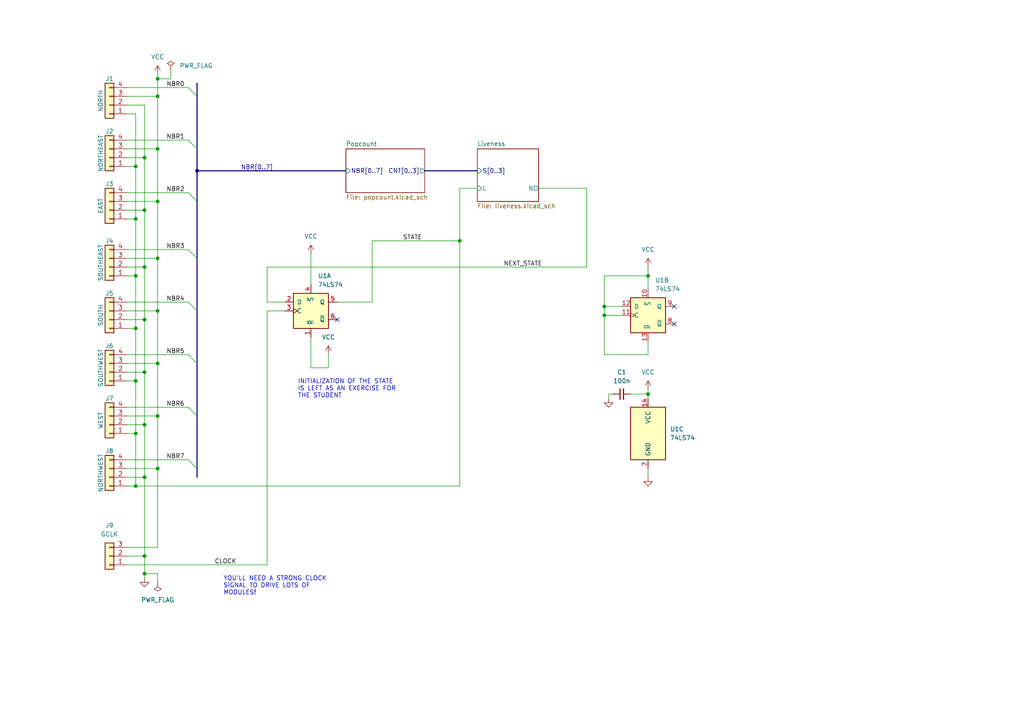
<source format=kicad_sch>
(kicad_sch (version 20211123) (generator eeschema)

  (uuid 04d2e4b6-2d61-4419-a040-a0da19350cf3)

  (paper "A4")

  (lib_symbols
    (symbol "74xx:74LS74" (pin_names (offset 1.016)) (in_bom yes) (on_board yes)
      (property "Reference" "U" (id 0) (at -7.62 8.89 0)
        (effects (font (size 1.27 1.27)))
      )
      (property "Value" "74LS74" (id 1) (at -7.62 -8.89 0)
        (effects (font (size 1.27 1.27)))
      )
      (property "Footprint" "" (id 2) (at 0 0 0)
        (effects (font (size 1.27 1.27)) hide)
      )
      (property "Datasheet" "74xx/74hc_hct74.pdf" (id 3) (at 0 0 0)
        (effects (font (size 1.27 1.27)) hide)
      )
      (property "ki_locked" "" (id 4) (at 0 0 0)
        (effects (font (size 1.27 1.27)))
      )
      (property "ki_keywords" "TTL DFF" (id 5) (at 0 0 0)
        (effects (font (size 1.27 1.27)) hide)
      )
      (property "ki_description" "Dual D Flip-flop, Set & Reset" (id 6) (at 0 0 0)
        (effects (font (size 1.27 1.27)) hide)
      )
      (property "ki_fp_filters" "DIP*W7.62mm*" (id 7) (at 0 0 0)
        (effects (font (size 1.27 1.27)) hide)
      )
      (symbol "74LS74_1_0"
        (pin input line (at 0 -7.62 90) (length 2.54)
          (name "~{R}" (effects (font (size 1.27 1.27))))
          (number "1" (effects (font (size 1.27 1.27))))
        )
        (pin input line (at -7.62 2.54 0) (length 2.54)
          (name "D" (effects (font (size 1.27 1.27))))
          (number "2" (effects (font (size 1.27 1.27))))
        )
        (pin input clock (at -7.62 0 0) (length 2.54)
          (name "C" (effects (font (size 1.27 1.27))))
          (number "3" (effects (font (size 1.27 1.27))))
        )
        (pin input line (at 0 7.62 270) (length 2.54)
          (name "~{S}" (effects (font (size 1.27 1.27))))
          (number "4" (effects (font (size 1.27 1.27))))
        )
        (pin output line (at 7.62 2.54 180) (length 2.54)
          (name "Q" (effects (font (size 1.27 1.27))))
          (number "5" (effects (font (size 1.27 1.27))))
        )
        (pin output line (at 7.62 -2.54 180) (length 2.54)
          (name "~{Q}" (effects (font (size 1.27 1.27))))
          (number "6" (effects (font (size 1.27 1.27))))
        )
      )
      (symbol "74LS74_1_1"
        (rectangle (start -5.08 5.08) (end 5.08 -5.08)
          (stroke (width 0.254) (type default) (color 0 0 0 0))
          (fill (type background))
        )
      )
      (symbol "74LS74_2_0"
        (pin input line (at 0 7.62 270) (length 2.54)
          (name "~{S}" (effects (font (size 1.27 1.27))))
          (number "10" (effects (font (size 1.27 1.27))))
        )
        (pin input clock (at -7.62 0 0) (length 2.54)
          (name "C" (effects (font (size 1.27 1.27))))
          (number "11" (effects (font (size 1.27 1.27))))
        )
        (pin input line (at -7.62 2.54 0) (length 2.54)
          (name "D" (effects (font (size 1.27 1.27))))
          (number "12" (effects (font (size 1.27 1.27))))
        )
        (pin input line (at 0 -7.62 90) (length 2.54)
          (name "~{R}" (effects (font (size 1.27 1.27))))
          (number "13" (effects (font (size 1.27 1.27))))
        )
        (pin output line (at 7.62 -2.54 180) (length 2.54)
          (name "~{Q}" (effects (font (size 1.27 1.27))))
          (number "8" (effects (font (size 1.27 1.27))))
        )
        (pin output line (at 7.62 2.54 180) (length 2.54)
          (name "Q" (effects (font (size 1.27 1.27))))
          (number "9" (effects (font (size 1.27 1.27))))
        )
      )
      (symbol "74LS74_2_1"
        (rectangle (start -5.08 5.08) (end 5.08 -5.08)
          (stroke (width 0.254) (type default) (color 0 0 0 0))
          (fill (type background))
        )
      )
      (symbol "74LS74_3_0"
        (pin power_in line (at 0 10.16 270) (length 2.54)
          (name "VCC" (effects (font (size 1.27 1.27))))
          (number "14" (effects (font (size 1.27 1.27))))
        )
        (pin power_in line (at 0 -10.16 90) (length 2.54)
          (name "GND" (effects (font (size 1.27 1.27))))
          (number "7" (effects (font (size 1.27 1.27))))
        )
      )
      (symbol "74LS74_3_1"
        (rectangle (start -5.08 7.62) (end 5.08 -7.62)
          (stroke (width 0.254) (type default) (color 0 0 0 0))
          (fill (type background))
        )
      )
    )
    (symbol "Connector_Generic:Conn_01x03" (pin_names (offset 1.016) hide) (in_bom yes) (on_board yes)
      (property "Reference" "J" (id 0) (at 0 5.08 0)
        (effects (font (size 1.27 1.27)))
      )
      (property "Value" "Conn_01x03" (id 1) (at 0 -5.08 0)
        (effects (font (size 1.27 1.27)))
      )
      (property "Footprint" "" (id 2) (at 0 0 0)
        (effects (font (size 1.27 1.27)) hide)
      )
      (property "Datasheet" "~" (id 3) (at 0 0 0)
        (effects (font (size 1.27 1.27)) hide)
      )
      (property "ki_keywords" "connector" (id 4) (at 0 0 0)
        (effects (font (size 1.27 1.27)) hide)
      )
      (property "ki_description" "Generic connector, single row, 01x03, script generated (kicad-library-utils/schlib/autogen/connector/)" (id 5) (at 0 0 0)
        (effects (font (size 1.27 1.27)) hide)
      )
      (property "ki_fp_filters" "Connector*:*_1x??_*" (id 6) (at 0 0 0)
        (effects (font (size 1.27 1.27)) hide)
      )
      (symbol "Conn_01x03_1_1"
        (rectangle (start -1.27 -2.413) (end 0 -2.667)
          (stroke (width 0.1524) (type default) (color 0 0 0 0))
          (fill (type none))
        )
        (rectangle (start -1.27 0.127) (end 0 -0.127)
          (stroke (width 0.1524) (type default) (color 0 0 0 0))
          (fill (type none))
        )
        (rectangle (start -1.27 2.667) (end 0 2.413)
          (stroke (width 0.1524) (type default) (color 0 0 0 0))
          (fill (type none))
        )
        (rectangle (start -1.27 3.81) (end 1.27 -3.81)
          (stroke (width 0.254) (type default) (color 0 0 0 0))
          (fill (type background))
        )
        (pin passive line (at -5.08 2.54 0) (length 3.81)
          (name "Pin_1" (effects (font (size 1.27 1.27))))
          (number "1" (effects (font (size 1.27 1.27))))
        )
        (pin passive line (at -5.08 0 0) (length 3.81)
          (name "Pin_2" (effects (font (size 1.27 1.27))))
          (number "2" (effects (font (size 1.27 1.27))))
        )
        (pin passive line (at -5.08 -2.54 0) (length 3.81)
          (name "Pin_3" (effects (font (size 1.27 1.27))))
          (number "3" (effects (font (size 1.27 1.27))))
        )
      )
    )
    (symbol "Connector_Generic:Conn_01x04" (pin_names (offset 1.016) hide) (in_bom yes) (on_board yes)
      (property "Reference" "J" (id 0) (at 0 5.08 0)
        (effects (font (size 1.27 1.27)))
      )
      (property "Value" "Conn_01x04" (id 1) (at 0 -7.62 0)
        (effects (font (size 1.27 1.27)))
      )
      (property "Footprint" "" (id 2) (at 0 0 0)
        (effects (font (size 1.27 1.27)) hide)
      )
      (property "Datasheet" "~" (id 3) (at 0 0 0)
        (effects (font (size 1.27 1.27)) hide)
      )
      (property "ki_keywords" "connector" (id 4) (at 0 0 0)
        (effects (font (size 1.27 1.27)) hide)
      )
      (property "ki_description" "Generic connector, single row, 01x04, script generated (kicad-library-utils/schlib/autogen/connector/)" (id 5) (at 0 0 0)
        (effects (font (size 1.27 1.27)) hide)
      )
      (property "ki_fp_filters" "Connector*:*_1x??_*" (id 6) (at 0 0 0)
        (effects (font (size 1.27 1.27)) hide)
      )
      (symbol "Conn_01x04_1_1"
        (rectangle (start -1.27 -4.953) (end 0 -5.207)
          (stroke (width 0.1524) (type default) (color 0 0 0 0))
          (fill (type none))
        )
        (rectangle (start -1.27 -2.413) (end 0 -2.667)
          (stroke (width 0.1524) (type default) (color 0 0 0 0))
          (fill (type none))
        )
        (rectangle (start -1.27 0.127) (end 0 -0.127)
          (stroke (width 0.1524) (type default) (color 0 0 0 0))
          (fill (type none))
        )
        (rectangle (start -1.27 2.667) (end 0 2.413)
          (stroke (width 0.1524) (type default) (color 0 0 0 0))
          (fill (type none))
        )
        (rectangle (start -1.27 3.81) (end 1.27 -6.35)
          (stroke (width 0.254) (type default) (color 0 0 0 0))
          (fill (type background))
        )
        (pin passive line (at -5.08 2.54 0) (length 3.81)
          (name "Pin_1" (effects (font (size 1.27 1.27))))
          (number "1" (effects (font (size 1.27 1.27))))
        )
        (pin passive line (at -5.08 0 0) (length 3.81)
          (name "Pin_2" (effects (font (size 1.27 1.27))))
          (number "2" (effects (font (size 1.27 1.27))))
        )
        (pin passive line (at -5.08 -2.54 0) (length 3.81)
          (name "Pin_3" (effects (font (size 1.27 1.27))))
          (number "3" (effects (font (size 1.27 1.27))))
        )
        (pin passive line (at -5.08 -5.08 0) (length 3.81)
          (name "Pin_4" (effects (font (size 1.27 1.27))))
          (number "4" (effects (font (size 1.27 1.27))))
        )
      )
    )
    (symbol "Device:C_Small" (pin_numbers hide) (pin_names (offset 0.254) hide) (in_bom yes) (on_board yes)
      (property "Reference" "C" (id 0) (at 0.254 1.778 0)
        (effects (font (size 1.27 1.27)) (justify left))
      )
      (property "Value" "C_Small" (id 1) (at 0.254 -2.032 0)
        (effects (font (size 1.27 1.27)) (justify left))
      )
      (property "Footprint" "" (id 2) (at 0 0 0)
        (effects (font (size 1.27 1.27)) hide)
      )
      (property "Datasheet" "~" (id 3) (at 0 0 0)
        (effects (font (size 1.27 1.27)) hide)
      )
      (property "ki_keywords" "capacitor cap" (id 4) (at 0 0 0)
        (effects (font (size 1.27 1.27)) hide)
      )
      (property "ki_description" "Unpolarized capacitor, small symbol" (id 5) (at 0 0 0)
        (effects (font (size 1.27 1.27)) hide)
      )
      (property "ki_fp_filters" "C_*" (id 6) (at 0 0 0)
        (effects (font (size 1.27 1.27)) hide)
      )
      (symbol "C_Small_0_1"
        (polyline
          (pts
            (xy -1.524 -0.508)
            (xy 1.524 -0.508)
          )
          (stroke (width 0.3302) (type default) (color 0 0 0 0))
          (fill (type none))
        )
        (polyline
          (pts
            (xy -1.524 0.508)
            (xy 1.524 0.508)
          )
          (stroke (width 0.3048) (type default) (color 0 0 0 0))
          (fill (type none))
        )
      )
      (symbol "C_Small_1_1"
        (pin passive line (at 0 2.54 270) (length 2.032)
          (name "~" (effects (font (size 1.27 1.27))))
          (number "1" (effects (font (size 1.27 1.27))))
        )
        (pin passive line (at 0 -2.54 90) (length 2.032)
          (name "~" (effects (font (size 1.27 1.27))))
          (number "2" (effects (font (size 1.27 1.27))))
        )
      )
    )
    (symbol "power:GND" (power) (pin_names (offset 0)) (in_bom yes) (on_board yes)
      (property "Reference" "#PWR" (id 0) (at 0 -6.35 0)
        (effects (font (size 1.27 1.27)) hide)
      )
      (property "Value" "GND" (id 1) (at 0 -3.81 0)
        (effects (font (size 1.27 1.27)))
      )
      (property "Footprint" "" (id 2) (at 0 0 0)
        (effects (font (size 1.27 1.27)) hide)
      )
      (property "Datasheet" "" (id 3) (at 0 0 0)
        (effects (font (size 1.27 1.27)) hide)
      )
      (property "ki_keywords" "power-flag" (id 4) (at 0 0 0)
        (effects (font (size 1.27 1.27)) hide)
      )
      (property "ki_description" "Power symbol creates a global label with name \"GND\" , ground" (id 5) (at 0 0 0)
        (effects (font (size 1.27 1.27)) hide)
      )
      (symbol "GND_0_1"
        (polyline
          (pts
            (xy 0 0)
            (xy 0 -1.27)
            (xy 1.27 -1.27)
            (xy 0 -2.54)
            (xy -1.27 -1.27)
            (xy 0 -1.27)
          )
          (stroke (width 0) (type default) (color 0 0 0 0))
          (fill (type none))
        )
      )
      (symbol "GND_1_1"
        (pin power_in line (at 0 0 270) (length 0) hide
          (name "GND" (effects (font (size 1.27 1.27))))
          (number "1" (effects (font (size 1.27 1.27))))
        )
      )
    )
    (symbol "power:PWR_FLAG" (power) (pin_numbers hide) (pin_names (offset 0) hide) (in_bom yes) (on_board yes)
      (property "Reference" "#FLG" (id 0) (at 0 1.905 0)
        (effects (font (size 1.27 1.27)) hide)
      )
      (property "Value" "PWR_FLAG" (id 1) (at 0 3.81 0)
        (effects (font (size 1.27 1.27)))
      )
      (property "Footprint" "" (id 2) (at 0 0 0)
        (effects (font (size 1.27 1.27)) hide)
      )
      (property "Datasheet" "~" (id 3) (at 0 0 0)
        (effects (font (size 1.27 1.27)) hide)
      )
      (property "ki_keywords" "power-flag" (id 4) (at 0 0 0)
        (effects (font (size 1.27 1.27)) hide)
      )
      (property "ki_description" "Special symbol for telling ERC where power comes from" (id 5) (at 0 0 0)
        (effects (font (size 1.27 1.27)) hide)
      )
      (symbol "PWR_FLAG_0_0"
        (pin power_out line (at 0 0 90) (length 0)
          (name "pwr" (effects (font (size 1.27 1.27))))
          (number "1" (effects (font (size 1.27 1.27))))
        )
      )
      (symbol "PWR_FLAG_0_1"
        (polyline
          (pts
            (xy 0 0)
            (xy 0 1.27)
            (xy -1.016 1.905)
            (xy 0 2.54)
            (xy 1.016 1.905)
            (xy 0 1.27)
          )
          (stroke (width 0) (type default) (color 0 0 0 0))
          (fill (type none))
        )
      )
    )
    (symbol "power:VCC" (power) (pin_names (offset 0)) (in_bom yes) (on_board yes)
      (property "Reference" "#PWR" (id 0) (at 0 -3.81 0)
        (effects (font (size 1.27 1.27)) hide)
      )
      (property "Value" "VCC" (id 1) (at 0 3.81 0)
        (effects (font (size 1.27 1.27)))
      )
      (property "Footprint" "" (id 2) (at 0 0 0)
        (effects (font (size 1.27 1.27)) hide)
      )
      (property "Datasheet" "" (id 3) (at 0 0 0)
        (effects (font (size 1.27 1.27)) hide)
      )
      (property "ki_keywords" "power-flag" (id 4) (at 0 0 0)
        (effects (font (size 1.27 1.27)) hide)
      )
      (property "ki_description" "Power symbol creates a global label with name \"VCC\"" (id 5) (at 0 0 0)
        (effects (font (size 1.27 1.27)) hide)
      )
      (symbol "VCC_0_1"
        (polyline
          (pts
            (xy -0.762 1.27)
            (xy 0 2.54)
          )
          (stroke (width 0) (type default) (color 0 0 0 0))
          (fill (type none))
        )
        (polyline
          (pts
            (xy 0 0)
            (xy 0 2.54)
          )
          (stroke (width 0) (type default) (color 0 0 0 0))
          (fill (type none))
        )
        (polyline
          (pts
            (xy 0 2.54)
            (xy 0.762 1.27)
          )
          (stroke (width 0) (type default) (color 0 0 0 0))
          (fill (type none))
        )
      )
      (symbol "VCC_1_1"
        (pin power_in line (at 0 0 90) (length 0) hide
          (name "VCC" (effects (font (size 1.27 1.27))))
          (number "1" (effects (font (size 1.27 1.27))))
        )
      )
    )
  )

  (junction (at 187.96 80.01) (diameter 0) (color 0 0 0 0)
    (uuid 0b30ee06-ed89-4ca2-8bb1-c937891bc86c)
  )
  (junction (at 45.72 105.41) (diameter 0) (color 0 0 0 0)
    (uuid 0bb1bb98-bbac-49ad-ad22-b8ef6aa45413)
  )
  (junction (at 45.72 43.18) (diameter 0) (color 0 0 0 0)
    (uuid 139e7278-f477-4377-95f5-186c97d6f0d3)
  )
  (junction (at 45.72 58.42) (diameter 0) (color 0 0 0 0)
    (uuid 22d8e1de-7141-4c03-8018-65d96c33e99c)
  )
  (junction (at 45.72 120.65) (diameter 0) (color 0 0 0 0)
    (uuid 441bde59-f4fc-4e96-897a-4ca636285967)
  )
  (junction (at 41.91 60.96) (diameter 0) (color 0 0 0 0)
    (uuid 46a07249-6e6d-4f19-9467-77fea2b267cf)
  )
  (junction (at 39.37 95.25) (diameter 0) (color 0 0 0 0)
    (uuid 514c61d6-967c-4e81-ace4-2213a8a52919)
  )
  (junction (at 41.91 166.37) (diameter 0) (color 0 0 0 0)
    (uuid 5da7cbcd-ac77-4be7-b24f-a7fddfe3a361)
  )
  (junction (at 45.72 135.89) (diameter 0) (color 0 0 0 0)
    (uuid 63a52ab2-733e-4b10-8233-00d4f9ec7113)
  )
  (junction (at 175.26 88.9) (diameter 0) (color 0 0 0 0)
    (uuid 63c1862d-a995-4a64-8124-ec8d2cb64867)
  )
  (junction (at 39.37 63.5) (diameter 0) (color 0 0 0 0)
    (uuid 64bc6bbe-9647-4aa5-b56f-1596dce1aea1)
  )
  (junction (at 57.15 49.53) (diameter 0) (color 0 0 0 0)
    (uuid 65263fc3-a4c2-407f-9318-9c60e70a893b)
  )
  (junction (at 45.72 22.86) (diameter 0) (color 0 0 0 0)
    (uuid 652bc5f4-6a6b-4572-9e43-ed0c5a94be80)
  )
  (junction (at 39.37 110.49) (diameter 0) (color 0 0 0 0)
    (uuid 70cf3802-9bb0-4f63-a044-f27b77649052)
  )
  (junction (at 45.72 90.17) (diameter 0) (color 0 0 0 0)
    (uuid 7385a334-8d78-412e-8b64-729af2f811d0)
  )
  (junction (at 133.35 69.85) (diameter 0) (color 0 0 0 0)
    (uuid 75b19047-c565-4c7b-a81c-3d1bedc4e648)
  )
  (junction (at 39.37 125.73) (diameter 0) (color 0 0 0 0)
    (uuid 7a50885e-3869-432e-a352-358d6f2665a1)
  )
  (junction (at 45.72 27.94) (diameter 0) (color 0 0 0 0)
    (uuid 7a9442b0-64d5-4f50-a630-57b7fafccb6a)
  )
  (junction (at 41.91 138.43) (diameter 0) (color 0 0 0 0)
    (uuid 83fe6495-b7aa-4367-9ab9-f189ab9d286c)
  )
  (junction (at 41.91 123.19) (diameter 0) (color 0 0 0 0)
    (uuid 8566a22e-a03f-4e84-bba4-5a15242942b2)
  )
  (junction (at 41.91 77.47) (diameter 0) (color 0 0 0 0)
    (uuid 938e9eb6-cb95-493f-a64e-b9a4dc02626b)
  )
  (junction (at 45.72 74.93) (diameter 0) (color 0 0 0 0)
    (uuid a0a5b30c-d275-4be8-a923-d3b74c5752c3)
  )
  (junction (at 175.26 91.44) (diameter 0) (color 0 0 0 0)
    (uuid beae501b-779a-4cdb-8284-58073344be64)
  )
  (junction (at 41.91 45.72) (diameter 0) (color 0 0 0 0)
    (uuid bf42800a-bfde-414d-a009-0bea920fefb0)
  )
  (junction (at 187.96 114.3) (diameter 0) (color 0 0 0 0)
    (uuid cdf7fd50-6a6c-4e98-b434-94e80a9f29c6)
  )
  (junction (at 41.91 107.95) (diameter 0) (color 0 0 0 0)
    (uuid d0de18c6-1c11-4659-84f3-7f099b095681)
  )
  (junction (at 39.37 48.26) (diameter 0) (color 0 0 0 0)
    (uuid d27b4f19-838b-48a9-8000-6d1b7e27abe7)
  )
  (junction (at 39.37 80.01) (diameter 0) (color 0 0 0 0)
    (uuid f0e59e30-dced-4f21-b2d2-9c690b4951fc)
  )
  (junction (at 41.91 161.29) (diameter 0) (color 0 0 0 0)
    (uuid f695602e-6a12-4226-a0b5-84887b18956f)
  )
  (junction (at 39.37 140.97) (diameter 0) (color 0 0 0 0)
    (uuid f6dad663-9540-49c9-8012-d944e7732184)
  )
  (junction (at 41.91 92.71) (diameter 0) (color 0 0 0 0)
    (uuid fb184da6-e80f-4d4c-bd20-5854c83653e4)
  )

  (no_connect (at 97.79 92.71) (uuid 57268dbe-a0ab-4b35-9183-86c9fa1dad3a))
  (no_connect (at 195.58 93.98) (uuid 57268dbe-a0ab-4b35-9183-86c9fa1dad3a))
  (no_connect (at 195.58 88.9) (uuid 8c9e0581-00d6-44c4-bd0d-f28443deb1aa))

  (bus_entry (at 54.61 25.4) (size 2.54 2.54)
    (stroke (width 0) (type default) (color 0 0 0 0))
    (uuid 22125f77-348a-49e1-87b9-edc436e6e700)
  )
  (bus_entry (at 54.61 40.64) (size 2.54 2.54)
    (stroke (width 0) (type default) (color 0 0 0 0))
    (uuid 22125f77-348a-49e1-87b9-edc436e6e700)
  )
  (bus_entry (at 54.61 55.88) (size 2.54 2.54)
    (stroke (width 0) (type default) (color 0 0 0 0))
    (uuid 22125f77-348a-49e1-87b9-edc436e6e700)
  )
  (bus_entry (at 54.61 72.39) (size 2.54 2.54)
    (stroke (width 0) (type default) (color 0 0 0 0))
    (uuid 22125f77-348a-49e1-87b9-edc436e6e700)
  )
  (bus_entry (at 54.61 102.87) (size 2.54 2.54)
    (stroke (width 0) (type default) (color 0 0 0 0))
    (uuid 22125f77-348a-49e1-87b9-edc436e6e700)
  )
  (bus_entry (at 54.61 87.63) (size 2.54 2.54)
    (stroke (width 0) (type default) (color 0 0 0 0))
    (uuid 22125f77-348a-49e1-87b9-edc436e6e700)
  )
  (bus_entry (at 54.61 118.11) (size 2.54 2.54)
    (stroke (width 0) (type default) (color 0 0 0 0))
    (uuid 22125f77-348a-49e1-87b9-edc436e6e700)
  )
  (bus_entry (at 54.61 133.35) (size 2.54 2.54)
    (stroke (width 0) (type default) (color 0 0 0 0))
    (uuid 22125f77-348a-49e1-87b9-edc436e6e700)
  )

  (wire (pts (xy 41.91 92.71) (xy 41.91 107.95))
    (stroke (width 0) (type default) (color 0 0 0 0))
    (uuid 02dac44b-c9bf-484c-beab-76cb8f49b9a9)
  )
  (bus (pts (xy 57.15 49.53) (xy 57.15 58.42))
    (stroke (width 0) (type default) (color 0 0 0 0))
    (uuid 085ad10e-5d24-4357-a8e4-e9bf485fba17)
  )

  (wire (pts (xy 187.96 114.3) (xy 187.96 115.57))
    (stroke (width 0) (type default) (color 0 0 0 0))
    (uuid 0b8ee68b-2603-447d-b904-99bc7f921554)
  )
  (wire (pts (xy 49.53 20.32) (xy 49.53 22.86))
    (stroke (width 0) (type default) (color 0 0 0 0))
    (uuid 0b93210d-af30-40c3-94d1-015db75d124f)
  )
  (wire (pts (xy 39.37 140.97) (xy 133.35 140.97))
    (stroke (width 0) (type default) (color 0 0 0 0))
    (uuid 104f9f6e-2b40-40a3-a932-7d84396157cf)
  )
  (wire (pts (xy 41.91 161.29) (xy 41.91 166.37))
    (stroke (width 0) (type default) (color 0 0 0 0))
    (uuid 132a0326-d1a1-46ae-830b-6cf77814572a)
  )
  (wire (pts (xy 36.83 118.11) (xy 54.61 118.11))
    (stroke (width 0) (type default) (color 0 0 0 0))
    (uuid 14639eca-6190-4b7e-9281-687b1567abe3)
  )
  (wire (pts (xy 175.26 80.01) (xy 175.26 88.9))
    (stroke (width 0) (type default) (color 0 0 0 0))
    (uuid 148337f4-57ab-4d07-a434-5e797dca6da7)
  )
  (wire (pts (xy 77.47 77.47) (xy 170.18 77.47))
    (stroke (width 0) (type default) (color 0 0 0 0))
    (uuid 14de3c1e-6b48-43aa-b86c-790dbb96efa4)
  )
  (wire (pts (xy 45.72 43.18) (xy 45.72 58.42))
    (stroke (width 0) (type default) (color 0 0 0 0))
    (uuid 164b91f6-ebcc-4dc5-be1f-7c1911541cf4)
  )
  (bus (pts (xy 57.15 74.93) (xy 57.15 90.17))
    (stroke (width 0) (type default) (color 0 0 0 0))
    (uuid 173827ce-8773-4ef6-a414-af53f77f0cca)
  )

  (wire (pts (xy 95.25 106.68) (xy 95.25 102.87))
    (stroke (width 0) (type default) (color 0 0 0 0))
    (uuid 1a61491a-6404-45e4-9aa0-00f20f7f30a1)
  )
  (wire (pts (xy 36.83 58.42) (xy 45.72 58.42))
    (stroke (width 0) (type default) (color 0 0 0 0))
    (uuid 1ac5dc86-a7ba-48d9-bfbf-706d1df5904c)
  )
  (wire (pts (xy 41.91 77.47) (xy 41.91 92.71))
    (stroke (width 0) (type default) (color 0 0 0 0))
    (uuid 1bf8a0b0-9bbf-4910-a446-6eb838572389)
  )
  (wire (pts (xy 36.83 90.17) (xy 45.72 90.17))
    (stroke (width 0) (type default) (color 0 0 0 0))
    (uuid 1ce42013-fea8-45a4-9506-75429ff3306d)
  )
  (wire (pts (xy 36.83 107.95) (xy 41.91 107.95))
    (stroke (width 0) (type default) (color 0 0 0 0))
    (uuid 1d457ba2-5510-4064-ae3f-d12a7d140d38)
  )
  (wire (pts (xy 36.83 80.01) (xy 39.37 80.01))
    (stroke (width 0) (type default) (color 0 0 0 0))
    (uuid 2226eeec-3c2f-431e-97c3-0cf8140f7006)
  )
  (wire (pts (xy 36.83 87.63) (xy 54.61 87.63))
    (stroke (width 0) (type default) (color 0 0 0 0))
    (uuid 2669d512-84cc-496f-9714-7f1b95db58c1)
  )
  (wire (pts (xy 36.83 74.93) (xy 45.72 74.93))
    (stroke (width 0) (type default) (color 0 0 0 0))
    (uuid 271b0345-6c0b-4cd4-bcb3-92f07296f85e)
  )
  (wire (pts (xy 36.83 60.96) (xy 41.91 60.96))
    (stroke (width 0) (type default) (color 0 0 0 0))
    (uuid 2eaf9314-08f6-4705-9b1c-d00fec92aa19)
  )
  (wire (pts (xy 45.72 135.89) (xy 36.83 135.89))
    (stroke (width 0) (type default) (color 0 0 0 0))
    (uuid 34da5f4e-1ed5-4f8b-80f6-e2c002e7c3d8)
  )
  (wire (pts (xy 39.37 80.01) (xy 39.37 63.5))
    (stroke (width 0) (type default) (color 0 0 0 0))
    (uuid 35be4953-bb57-48bc-a2fd-6e48da5b5b00)
  )
  (bus (pts (xy 57.15 120.65) (xy 57.15 135.89))
    (stroke (width 0) (type default) (color 0 0 0 0))
    (uuid 382e5f88-5202-429b-8129-704366688565)
  )

  (wire (pts (xy 36.83 123.19) (xy 41.91 123.19))
    (stroke (width 0) (type default) (color 0 0 0 0))
    (uuid 3a1357f3-3fc8-4ea8-a5b6-10e98c9321c3)
  )
  (wire (pts (xy 77.47 87.63) (xy 77.47 77.47))
    (stroke (width 0) (type default) (color 0 0 0 0))
    (uuid 3c076277-626e-475c-b360-2540b16484c3)
  )
  (wire (pts (xy 36.83 27.94) (xy 45.72 27.94))
    (stroke (width 0) (type default) (color 0 0 0 0))
    (uuid 3e3ac1d4-0b6a-4b13-a613-022fa5acd7ad)
  )
  (wire (pts (xy 36.83 45.72) (xy 41.91 45.72))
    (stroke (width 0) (type default) (color 0 0 0 0))
    (uuid 3f9d203c-42af-49dc-a6d8-840515cebb0b)
  )
  (wire (pts (xy 36.83 125.73) (xy 39.37 125.73))
    (stroke (width 0) (type default) (color 0 0 0 0))
    (uuid 3fb90bb2-c5f0-432a-ab85-b73045294faf)
  )
  (wire (pts (xy 41.91 123.19) (xy 41.91 138.43))
    (stroke (width 0) (type default) (color 0 0 0 0))
    (uuid 40c81584-ad95-4b34-aa05-67ba9671af8e)
  )
  (wire (pts (xy 39.37 33.02) (xy 36.83 33.02))
    (stroke (width 0) (type default) (color 0 0 0 0))
    (uuid 47989e84-8aa8-4cac-a1cd-2cda701dc3e0)
  )
  (wire (pts (xy 156.21 54.61) (xy 170.18 54.61))
    (stroke (width 0) (type default) (color 0 0 0 0))
    (uuid 49c172ad-2e13-461c-8036-256a26ccc8a2)
  )
  (wire (pts (xy 107.95 87.63) (xy 107.95 69.85))
    (stroke (width 0) (type default) (color 0 0 0 0))
    (uuid 4a8b4289-1be1-4fe8-a1ca-da65684659a3)
  )
  (wire (pts (xy 175.26 88.9) (xy 175.26 91.44))
    (stroke (width 0) (type default) (color 0 0 0 0))
    (uuid 4c908b6a-f70f-46eb-ac5b-acddb7dc1f73)
  )
  (wire (pts (xy 187.96 77.47) (xy 187.96 80.01))
    (stroke (width 0) (type default) (color 0 0 0 0))
    (uuid 4c971975-976b-41e4-9278-23a68fc9ea41)
  )
  (wire (pts (xy 176.53 115.57) (xy 176.53 114.3))
    (stroke (width 0) (type default) (color 0 0 0 0))
    (uuid 4ccf3aca-17ca-455c-8e5d-caca923e7ca5)
  )
  (wire (pts (xy 45.72 105.41) (xy 45.72 120.65))
    (stroke (width 0) (type default) (color 0 0 0 0))
    (uuid 4d166d14-c3a3-4d48-89bb-895bb043c0ce)
  )
  (bus (pts (xy 57.15 27.94) (xy 57.15 43.18))
    (stroke (width 0) (type default) (color 0 0 0 0))
    (uuid 4e2a05f8-9142-4b5e-b079-a2cd74ff4d04)
  )
  (bus (pts (xy 57.15 43.18) (xy 57.15 49.53))
    (stroke (width 0) (type default) (color 0 0 0 0))
    (uuid 51f612cb-63a7-4288-93c1-ac8d1f608392)
  )

  (wire (pts (xy 90.17 73.66) (xy 90.17 82.55))
    (stroke (width 0) (type default) (color 0 0 0 0))
    (uuid 5475f43d-a1cb-4599-8e10-4be8e0c47b11)
  )
  (wire (pts (xy 187.96 102.87) (xy 187.96 99.06))
    (stroke (width 0) (type default) (color 0 0 0 0))
    (uuid 5559e628-e9f8-4004-8e75-637a71994947)
  )
  (wire (pts (xy 41.91 166.37) (xy 41.91 167.64))
    (stroke (width 0) (type default) (color 0 0 0 0))
    (uuid 5876b71d-8518-437f-81f8-e7b1b8b71023)
  )
  (wire (pts (xy 170.18 77.47) (xy 170.18 54.61))
    (stroke (width 0) (type default) (color 0 0 0 0))
    (uuid 587a8c46-025e-4926-ab82-78c6e6ca8d06)
  )
  (wire (pts (xy 175.26 88.9) (xy 180.34 88.9))
    (stroke (width 0) (type default) (color 0 0 0 0))
    (uuid 58a697af-1795-4a98-a953-1a0d18dcf269)
  )
  (wire (pts (xy 41.91 107.95) (xy 41.91 123.19))
    (stroke (width 0) (type default) (color 0 0 0 0))
    (uuid 62e113b2-7f1c-43a5-a1e4-fe6d2c58c8ef)
  )
  (wire (pts (xy 77.47 163.83) (xy 77.47 90.17))
    (stroke (width 0) (type default) (color 0 0 0 0))
    (uuid 632195ad-8d25-4beb-a055-cc6c4957af19)
  )
  (wire (pts (xy 187.96 113.03) (xy 187.96 114.3))
    (stroke (width 0) (type default) (color 0 0 0 0))
    (uuid 63e200c7-62fc-4330-81e3-f34ef6afcb1a)
  )
  (wire (pts (xy 90.17 106.68) (xy 95.25 106.68))
    (stroke (width 0) (type default) (color 0 0 0 0))
    (uuid 657fc9fa-8118-483a-8c0c-e0d40263d6b0)
  )
  (wire (pts (xy 36.83 63.5) (xy 39.37 63.5))
    (stroke (width 0) (type default) (color 0 0 0 0))
    (uuid 6f14c7f7-077b-48e3-972e-8f2c64efb02e)
  )
  (wire (pts (xy 36.83 120.65) (xy 45.72 120.65))
    (stroke (width 0) (type default) (color 0 0 0 0))
    (uuid 70730b47-d42b-4c31-84c9-530be8e901ed)
  )
  (wire (pts (xy 45.72 22.86) (xy 45.72 27.94))
    (stroke (width 0) (type default) (color 0 0 0 0))
    (uuid 70bf56cf-3f0d-4847-a20b-a810b2fdfcad)
  )
  (wire (pts (xy 187.96 135.89) (xy 187.96 138.43))
    (stroke (width 0) (type default) (color 0 0 0 0))
    (uuid 7569ffbe-2589-41cc-b970-6773a3cc6b5f)
  )
  (wire (pts (xy 36.83 40.64) (xy 54.61 40.64))
    (stroke (width 0) (type default) (color 0 0 0 0))
    (uuid 763ff2c6-b99a-473c-91ec-c113eda8989c)
  )
  (wire (pts (xy 45.72 168.91) (xy 45.72 166.37))
    (stroke (width 0) (type default) (color 0 0 0 0))
    (uuid 77a69745-0c02-4366-aab1-a3a17f3c0f50)
  )
  (bus (pts (xy 57.15 24.13) (xy 57.15 27.94))
    (stroke (width 0) (type default) (color 0 0 0 0))
    (uuid 7bb5b754-f6fe-4f4d-9783-2c0a5036fa85)
  )

  (wire (pts (xy 45.72 58.42) (xy 45.72 74.93))
    (stroke (width 0) (type default) (color 0 0 0 0))
    (uuid 81ea3b29-6941-490f-a8bf-504f650a79b5)
  )
  (wire (pts (xy 41.91 138.43) (xy 41.91 161.29))
    (stroke (width 0) (type default) (color 0 0 0 0))
    (uuid 86dae56d-ad83-458d-8e09-6c298da3d387)
  )
  (wire (pts (xy 36.83 25.4) (xy 54.61 25.4))
    (stroke (width 0) (type default) (color 0 0 0 0))
    (uuid 8759172c-15dd-42f3-92cc-aaaa91dbb40d)
  )
  (wire (pts (xy 39.37 95.25) (xy 39.37 80.01))
    (stroke (width 0) (type default) (color 0 0 0 0))
    (uuid 87ae3f85-1fcf-4a40-8938-74a84e8c5fde)
  )
  (wire (pts (xy 187.96 80.01) (xy 175.26 80.01))
    (stroke (width 0) (type default) (color 0 0 0 0))
    (uuid 895f1d0d-d187-466a-ba06-e860af840be3)
  )
  (wire (pts (xy 36.83 163.83) (xy 77.47 163.83))
    (stroke (width 0) (type default) (color 0 0 0 0))
    (uuid 8cb9852e-d21f-49dc-bac2-1ffcb25c28c2)
  )
  (bus (pts (xy 57.15 90.17) (xy 57.15 105.41))
    (stroke (width 0) (type default) (color 0 0 0 0))
    (uuid 8fa463bf-5502-4f01-95b0-71e6ddebaed3)
  )

  (wire (pts (xy 41.91 60.96) (xy 41.91 77.47))
    (stroke (width 0) (type default) (color 0 0 0 0))
    (uuid 91f14023-a9e8-4539-9cef-18f997aec3c3)
  )
  (wire (pts (xy 39.37 125.73) (xy 39.37 110.49))
    (stroke (width 0) (type default) (color 0 0 0 0))
    (uuid 93b38106-feda-4c68-a937-96cbb588e4a5)
  )
  (wire (pts (xy 36.83 77.47) (xy 41.91 77.47))
    (stroke (width 0) (type default) (color 0 0 0 0))
    (uuid 96cbd442-9e44-4ab2-9fbb-ca0cd60dd9b7)
  )
  (wire (pts (xy 45.72 74.93) (xy 45.72 90.17))
    (stroke (width 0) (type default) (color 0 0 0 0))
    (uuid 99a79cdd-8c23-4b1f-bb87-c8ae872e737c)
  )
  (wire (pts (xy 187.96 80.01) (xy 187.96 83.82))
    (stroke (width 0) (type default) (color 0 0 0 0))
    (uuid 9ca60dec-51a0-4cff-b378-1704694e833f)
  )
  (wire (pts (xy 36.83 43.18) (xy 45.72 43.18))
    (stroke (width 0) (type default) (color 0 0 0 0))
    (uuid 9e09f0f7-8a64-4bc8-a6ee-ff8f7dec9763)
  )
  (wire (pts (xy 36.83 158.75) (xy 45.72 158.75))
    (stroke (width 0) (type default) (color 0 0 0 0))
    (uuid 9fa9eac2-e726-40a4-aa56-4931ac517c27)
  )
  (wire (pts (xy 39.37 63.5) (xy 39.37 48.26))
    (stroke (width 0) (type default) (color 0 0 0 0))
    (uuid a0bd3cbf-0584-4fc1-ba5b-7081f18c66b2)
  )
  (wire (pts (xy 36.83 161.29) (xy 41.91 161.29))
    (stroke (width 0) (type default) (color 0 0 0 0))
    (uuid a1bb6d06-1633-4eff-ba10-453a17b971e9)
  )
  (bus (pts (xy 57.15 105.41) (xy 57.15 120.65))
    (stroke (width 0) (type default) (color 0 0 0 0))
    (uuid a2d93895-bad9-4314-b85f-0f4cfd5fd037)
  )
  (bus (pts (xy 123.19 49.53) (xy 138.43 49.53))
    (stroke (width 0) (type default) (color 0 0 0 0))
    (uuid a593d242-7076-4695-875b-7d364c40d807)
  )

  (wire (pts (xy 77.47 90.17) (xy 82.55 90.17))
    (stroke (width 0) (type default) (color 0 0 0 0))
    (uuid a8f930af-9af1-4479-9308-ffc06287313e)
  )
  (wire (pts (xy 97.79 87.63) (xy 107.95 87.63))
    (stroke (width 0) (type default) (color 0 0 0 0))
    (uuid aaa9300a-fef7-4067-b155-7f48672b2228)
  )
  (wire (pts (xy 45.72 166.37) (xy 41.91 166.37))
    (stroke (width 0) (type default) (color 0 0 0 0))
    (uuid ab218ff6-c22e-49a5-bf0d-c722e1942b5c)
  )
  (wire (pts (xy 45.72 43.18) (xy 45.72 27.94))
    (stroke (width 0) (type default) (color 0 0 0 0))
    (uuid abd6245c-c8a6-4281-927c-5a797490cbc1)
  )
  (wire (pts (xy 36.83 95.25) (xy 39.37 95.25))
    (stroke (width 0) (type default) (color 0 0 0 0))
    (uuid ac047475-fa7b-4e68-a2d1-9b78a93845bf)
  )
  (wire (pts (xy 36.83 48.26) (xy 39.37 48.26))
    (stroke (width 0) (type default) (color 0 0 0 0))
    (uuid acf78033-236f-4bcd-a7bb-c7be630e3817)
  )
  (wire (pts (xy 175.26 91.44) (xy 175.26 102.87))
    (stroke (width 0) (type default) (color 0 0 0 0))
    (uuid ad42e307-5928-45e7-abaf-be54fd3399ee)
  )
  (wire (pts (xy 182.88 114.3) (xy 187.96 114.3))
    (stroke (width 0) (type default) (color 0 0 0 0))
    (uuid ad855608-691c-4244-8acb-0f2990f35fc9)
  )
  (wire (pts (xy 138.43 54.61) (xy 133.35 54.61))
    (stroke (width 0) (type default) (color 0 0 0 0))
    (uuid ad8b868a-0f3f-4148-9b2e-b3d089a19339)
  )
  (wire (pts (xy 175.26 91.44) (xy 180.34 91.44))
    (stroke (width 0) (type default) (color 0 0 0 0))
    (uuid b6b5c207-e914-4568-9dd4-9e752b67ba78)
  )
  (wire (pts (xy 39.37 140.97) (xy 39.37 125.73))
    (stroke (width 0) (type default) (color 0 0 0 0))
    (uuid b755c29e-94c2-47e5-b931-fb50dce050ef)
  )
  (wire (pts (xy 36.83 138.43) (xy 41.91 138.43))
    (stroke (width 0) (type default) (color 0 0 0 0))
    (uuid b880d47e-12ef-4648-bb68-7c05bc711916)
  )
  (wire (pts (xy 41.91 30.48) (xy 41.91 45.72))
    (stroke (width 0) (type default) (color 0 0 0 0))
    (uuid b9b62231-f7af-4cd7-a61b-4ca018a52b2c)
  )
  (wire (pts (xy 133.35 54.61) (xy 133.35 69.85))
    (stroke (width 0) (type default) (color 0 0 0 0))
    (uuid ba5bceae-1c76-4d0a-bb01-88e76c420f97)
  )
  (wire (pts (xy 107.95 69.85) (xy 133.35 69.85))
    (stroke (width 0) (type default) (color 0 0 0 0))
    (uuid ba8c2e93-bfb3-4e9e-a35f-8e408904d45d)
  )
  (wire (pts (xy 45.72 90.17) (xy 45.72 105.41))
    (stroke (width 0) (type default) (color 0 0 0 0))
    (uuid bc626b87-93cb-46ee-937b-53d7fcc5fc04)
  )
  (bus (pts (xy 57.15 135.89) (xy 57.15 138.43))
    (stroke (width 0) (type default) (color 0 0 0 0))
    (uuid be1e1b35-2b16-4112-a78b-d3f3ac883e32)
  )
  (bus (pts (xy 57.15 49.53) (xy 100.33 49.53))
    (stroke (width 0) (type default) (color 0 0 0 0))
    (uuid bf56306d-491a-49e3-a7c0-304f990eb7be)
  )

  (wire (pts (xy 36.83 92.71) (xy 41.91 92.71))
    (stroke (width 0) (type default) (color 0 0 0 0))
    (uuid c36fb0ab-497d-492e-8ff3-97dc2a6ca025)
  )
  (bus (pts (xy 57.15 58.42) (xy 57.15 74.93))
    (stroke (width 0) (type default) (color 0 0 0 0))
    (uuid c4c01c15-d948-4f4c-967e-182ee9501072)
  )

  (wire (pts (xy 45.72 158.75) (xy 45.72 135.89))
    (stroke (width 0) (type default) (color 0 0 0 0))
    (uuid cb0c5f8b-dc5a-46dd-864d-269cc0a9be90)
  )
  (wire (pts (xy 39.37 48.26) (xy 39.37 33.02))
    (stroke (width 0) (type default) (color 0 0 0 0))
    (uuid cb91ff8e-f187-4000-9ace-fbdd4f5f4656)
  )
  (wire (pts (xy 36.83 102.87) (xy 54.61 102.87))
    (stroke (width 0) (type default) (color 0 0 0 0))
    (uuid cc4a49bf-56d8-474e-80dc-56cc53009c5b)
  )
  (wire (pts (xy 49.53 22.86) (xy 45.72 22.86))
    (stroke (width 0) (type default) (color 0 0 0 0))
    (uuid d3023264-cd09-4686-94a7-4ccb28b8d5f3)
  )
  (wire (pts (xy 36.83 105.41) (xy 45.72 105.41))
    (stroke (width 0) (type default) (color 0 0 0 0))
    (uuid d42d3cfe-f4b5-452e-9d90-9a01272f2afb)
  )
  (wire (pts (xy 36.83 72.39) (xy 54.61 72.39))
    (stroke (width 0) (type default) (color 0 0 0 0))
    (uuid d5dd05ed-27ca-4460-bb4a-56fcc7c1e582)
  )
  (wire (pts (xy 82.55 87.63) (xy 77.47 87.63))
    (stroke (width 0) (type default) (color 0 0 0 0))
    (uuid d953d8f6-6c63-4c90-82c4-eb213fb321ec)
  )
  (wire (pts (xy 45.72 21.59) (xy 45.72 22.86))
    (stroke (width 0) (type default) (color 0 0 0 0))
    (uuid de6a866c-b55e-401f-824f-ec133a02719f)
  )
  (wire (pts (xy 36.83 30.48) (xy 41.91 30.48))
    (stroke (width 0) (type default) (color 0 0 0 0))
    (uuid dec00e42-5b28-4041-9476-ad79c3ec5480)
  )
  (wire (pts (xy 41.91 45.72) (xy 41.91 60.96))
    (stroke (width 0) (type default) (color 0 0 0 0))
    (uuid df3f40a0-94f3-402e-bd31-6dbee17c47d5)
  )
  (wire (pts (xy 36.83 140.97) (xy 39.37 140.97))
    (stroke (width 0) (type default) (color 0 0 0 0))
    (uuid e55d6e38-9f21-4323-a48e-611c8b272bdf)
  )
  (wire (pts (xy 36.83 110.49) (xy 39.37 110.49))
    (stroke (width 0) (type default) (color 0 0 0 0))
    (uuid e6947d20-1882-4bca-9df3-8199b4870147)
  )
  (wire (pts (xy 39.37 110.49) (xy 39.37 95.25))
    (stroke (width 0) (type default) (color 0 0 0 0))
    (uuid eb43f11a-63a5-48b1-876a-ae4ced4b7a07)
  )
  (wire (pts (xy 176.53 114.3) (xy 177.8 114.3))
    (stroke (width 0) (type default) (color 0 0 0 0))
    (uuid edb65db4-ee45-45a6-8b16-453b8d080adc)
  )
  (wire (pts (xy 45.72 120.65) (xy 45.72 135.89))
    (stroke (width 0) (type default) (color 0 0 0 0))
    (uuid f1005eca-e6f3-479f-80a2-83cbab586a4e)
  )
  (wire (pts (xy 90.17 97.79) (xy 90.17 106.68))
    (stroke (width 0) (type default) (color 0 0 0 0))
    (uuid f2e93a36-577f-411e-aee7-e47b28d3c9d3)
  )
  (wire (pts (xy 36.83 133.35) (xy 54.61 133.35))
    (stroke (width 0) (type default) (color 0 0 0 0))
    (uuid f7f291e7-bf77-4385-8173-4a38d74d5f19)
  )
  (wire (pts (xy 175.26 102.87) (xy 187.96 102.87))
    (stroke (width 0) (type default) (color 0 0 0 0))
    (uuid f819be9b-df18-409a-9a1d-82d10e411d5e)
  )
  (wire (pts (xy 54.61 102.87) (xy 54.7168 102.87))
    (stroke (width 0) (type default) (color 0 0 0 0))
    (uuid fa39176b-d393-4ed4-949a-96b0351bb184)
  )
  (wire (pts (xy 36.83 55.88) (xy 54.61 55.88))
    (stroke (width 0) (type default) (color 0 0 0 0))
    (uuid fd67daf0-a8ac-42cd-a51b-3d01ffaeaff6)
  )
  (wire (pts (xy 133.35 69.85) (xy 133.35 140.97))
    (stroke (width 0) (type default) (color 0 0 0 0))
    (uuid ffb5d4e4-abd9-43ff-afcb-a7f57ff94411)
  )

  (text "INITIALIZATION OF THE STATE\nIS LEFT AS AN EXERCISE FOR\nTHE STUDENT"
    (at 86.36 115.57 0)
    (effects (font (size 1.27 1.27)) (justify left bottom))
    (uuid 0f496dde-7f61-4d30-9638-324a60d7804e)
  )
  (text "YOU'LL NEED A STRONG CLOCK\nSIGNAL TO DRIVE LOTS OF\nMODULES!"
    (at 64.77 172.72 0)
    (effects (font (size 1.27 1.27)) (justify left bottom))
    (uuid cf300c38-cd04-4ea0-9ecb-d458d82d8526)
  )

  (label "NBR5" (at 48.26 102.87 0)
    (effects (font (size 1.27 1.27)) (justify left bottom))
    (uuid 248e6c06-ed19-43b0-9a41-05fe545d3a23)
  )
  (label "NBR2" (at 48.26 55.88 0)
    (effects (font (size 1.27 1.27)) (justify left bottom))
    (uuid 526acc48-8e87-4f7c-bd24-87f7abee325f)
  )
  (label "NBR[0..7]" (at 69.85 49.53 0)
    (effects (font (size 1.27 1.27)) (justify left bottom))
    (uuid 6510a845-5ea5-448d-a055-db9932023a45)
  )
  (label "NBR7" (at 48.26 133.35 0)
    (effects (font (size 1.27 1.27)) (justify left bottom))
    (uuid 7124091e-6e81-458f-a014-05c4899b6a08)
  )
  (label "NBR3" (at 48.26 72.39 0)
    (effects (font (size 1.27 1.27)) (justify left bottom))
    (uuid 752cd9b4-88e3-4e3d-9ad9-19e93814ff69)
  )
  (label "NEXT_STATE" (at 146.05 77.47 0)
    (effects (font (size 1.27 1.27)) (justify left bottom))
    (uuid 80f08127-d185-4038-ab4b-98d0c68b2b3a)
  )
  (label "NBR4" (at 48.26 87.63 0)
    (effects (font (size 1.27 1.27)) (justify left bottom))
    (uuid 9c774dab-fc02-491c-9b17-047ae23aa69f)
  )
  (label "NBR6" (at 48.26 118.11 0)
    (effects (font (size 1.27 1.27)) (justify left bottom))
    (uuid aba45dfd-5c25-41ae-a45b-d06cb59abebd)
  )
  (label "CLOCK" (at 62.23 163.83 0)
    (effects (font (size 1.27 1.27)) (justify left bottom))
    (uuid b0270d43-ff11-450f-9b1b-96372816d7d7)
  )
  (label "NBR1" (at 48.26 40.64 0)
    (effects (font (size 1.27 1.27)) (justify left bottom))
    (uuid b8c8a445-de88-4fb6-8e41-45b2a36ab91e)
  )
  (label "NBR0" (at 48.26 25.4 0)
    (effects (font (size 1.27 1.27)) (justify left bottom))
    (uuid d72a4e15-fd26-4315-97e2-948902989a77)
  )
  (label "STATE" (at 116.84 69.85 0)
    (effects (font (size 1.27 1.27)) (justify left bottom))
    (uuid e25eba83-bc6a-4c25-86e8-c256138532d0)
  )

  (symbol (lib_id "Connector_Generic:Conn_01x04") (at 31.75 138.43 180) (unit 1)
    (in_bom yes) (on_board yes)
    (uuid 02a1a5f6-2462-439f-b3cf-4845864afc7a)
    (property "Reference" "J8" (id 0) (at 31.75 130.81 0))
    (property "Value" "NORTHWEST" (id 1) (at 29.21 137.16 90))
    (property "Footprint" "" (id 2) (at 31.75 138.43 0)
      (effects (font (size 1.27 1.27)) hide)
    )
    (property "Datasheet" "~" (id 3) (at 31.75 138.43 0)
      (effects (font (size 1.27 1.27)) hide)
    )
    (pin "1" (uuid 5faa262d-8ab2-4fc7-bbec-bf0549ad93a7))
    (pin "2" (uuid abb17953-d5b8-4d9d-bd11-1d0d3945dcd5))
    (pin "3" (uuid 5b9e57e1-99c9-4e5a-8f41-62464c1211b0))
    (pin "4" (uuid 3e3d5924-f155-4756-930a-b775093cdc5c))
  )

  (symbol (lib_id "power:GND") (at 176.53 115.57 0) (unit 1)
    (in_bom yes) (on_board yes) (fields_autoplaced)
    (uuid 03a3b368-b17f-477a-bc1d-b3ee2dba5376)
    (property "Reference" "#PWR0106" (id 0) (at 176.53 121.92 0)
      (effects (font (size 1.27 1.27)) hide)
    )
    (property "Value" "GND" (id 1) (at 176.53 120.65 0)
      (effects (font (size 1.27 1.27)) hide)
    )
    (property "Footprint" "" (id 2) (at 176.53 115.57 0)
      (effects (font (size 1.27 1.27)) hide)
    )
    (property "Datasheet" "" (id 3) (at 176.53 115.57 0)
      (effects (font (size 1.27 1.27)) hide)
    )
    (pin "1" (uuid a8d451f7-e3e4-4008-b224-da5816103a62))
  )

  (symbol (lib_id "Connector_Generic:Conn_01x04") (at 31.75 123.19 180) (unit 1)
    (in_bom yes) (on_board yes)
    (uuid 0e78f581-c203-4737-8ed3-5134c490c163)
    (property "Reference" "J7" (id 0) (at 31.75 115.57 0))
    (property "Value" "WEST" (id 1) (at 29.21 121.92 90))
    (property "Footprint" "" (id 2) (at 31.75 123.19 0)
      (effects (font (size 1.27 1.27)) hide)
    )
    (property "Datasheet" "~" (id 3) (at 31.75 123.19 0)
      (effects (font (size 1.27 1.27)) hide)
    )
    (pin "1" (uuid 09fd69fe-ebbe-403b-b8d4-e74fb7c4a0bc))
    (pin "2" (uuid 7570fec3-4f01-44c9-a763-f02e8d8ffac3))
    (pin "3" (uuid 226bb5ac-4847-4781-b4ec-568e4d03906b))
    (pin "4" (uuid 7248952d-333a-45f0-a5d5-87c637d44bb1))
  )

  (symbol (lib_id "power:VCC") (at 90.17 73.66 0) (unit 1)
    (in_bom yes) (on_board yes) (fields_autoplaced)
    (uuid 0f8ff26c-2ad7-45c9-94e3-3540bd46b0f7)
    (property "Reference" "#PWR0102" (id 0) (at 90.17 77.47 0)
      (effects (font (size 1.27 1.27)) hide)
    )
    (property "Value" "VCC" (id 1) (at 90.17 68.58 0))
    (property "Footprint" "" (id 2) (at 90.17 73.66 0)
      (effects (font (size 1.27 1.27)) hide)
    )
    (property "Datasheet" "" (id 3) (at 90.17 73.66 0)
      (effects (font (size 1.27 1.27)) hide)
    )
    (pin "1" (uuid 05307905-dd75-42c2-9267-5b35f06970f3))
  )

  (symbol (lib_id "74xx:74LS74") (at 187.96 91.44 0) (unit 2)
    (in_bom yes) (on_board yes) (fields_autoplaced)
    (uuid 1c93880d-9275-4787-8740-978a95034327)
    (property "Reference" "U1" (id 0) (at 189.9794 81.28 0)
      (effects (font (size 1.27 1.27)) (justify left))
    )
    (property "Value" "74LS74" (id 1) (at 189.9794 83.82 0)
      (effects (font (size 1.27 1.27)) (justify left))
    )
    (property "Footprint" "" (id 2) (at 187.96 91.44 0)
      (effects (font (size 1.27 1.27)) hide)
    )
    (property "Datasheet" "74xx/74hc_hct74.pdf" (id 3) (at 187.96 91.44 0)
      (effects (font (size 1.27 1.27)) hide)
    )
    (pin "1" (uuid e8445f49-ab96-4c25-9205-d292c8a8ed1b))
    (pin "2" (uuid 0d605d87-d099-4b9d-9a79-d41b6d9d6254))
    (pin "3" (uuid 92fe912d-6508-4d9e-bda4-e1d5ca7a4977))
    (pin "4" (uuid b5d5df25-9a90-4fee-8ad4-eb77d359a121))
    (pin "5" (uuid 191ef887-2a22-4939-baf5-c9bb3b357feb))
    (pin "6" (uuid a8d1588f-f9cb-4b8f-88be-77da7d7a0929))
    (pin "10" (uuid b5d9abbd-2745-4d20-9565-b469cf2e31f6))
    (pin "11" (uuid fe74bf2f-9c1b-40e7-a0a5-20d5e7cd54b3))
    (pin "12" (uuid ac9e0791-5311-4d67-9e8f-c1e6b66e7280))
    (pin "13" (uuid b6f38720-7597-44ef-b597-12d01d099cc9))
    (pin "8" (uuid 6d2d2207-5ad6-4e39-85b8-e5ab4f3b6a6e))
    (pin "9" (uuid 15d5300f-2db7-4ac4-9644-f0f00e95819c))
    (pin "14" (uuid 867016d6-4aa7-45eb-8d66-08a5ce0c74c1))
    (pin "7" (uuid 22e2ec9d-8191-43be-b32a-3d2a3af4e79a))
  )

  (symbol (lib_id "74xx:74LS74") (at 90.17 90.17 0) (unit 1)
    (in_bom yes) (on_board yes) (fields_autoplaced)
    (uuid 1fb0daf4-16c0-46e8-9716-0e5c6557108e)
    (property "Reference" "U1" (id 0) (at 92.1894 80.01 0)
      (effects (font (size 1.27 1.27)) (justify left))
    )
    (property "Value" "74LS74" (id 1) (at 92.1894 82.55 0)
      (effects (font (size 1.27 1.27)) (justify left))
    )
    (property "Footprint" "" (id 2) (at 90.17 90.17 0)
      (effects (font (size 1.27 1.27)) hide)
    )
    (property "Datasheet" "74xx/74hc_hct74.pdf" (id 3) (at 90.17 90.17 0)
      (effects (font (size 1.27 1.27)) hide)
    )
    (pin "1" (uuid 7ad5cfdf-2960-4d2f-8523-d769257625cb))
    (pin "2" (uuid 2f29164a-802d-4714-93a5-1a088e4a4eeb))
    (pin "3" (uuid 14e2edaf-2695-4667-be2b-85b75f10c06e))
    (pin "4" (uuid ea5fc580-32a0-43de-a24b-45afb4154084))
    (pin "5" (uuid b982fbfb-658d-4177-befa-c48f1ccc333b))
    (pin "6" (uuid a0144e60-06c1-459a-bc82-f96b1b801447))
    (pin "10" (uuid f91df146-1187-40f8-98fe-a178f3e35ec5))
    (pin "11" (uuid 76f61129-b584-43fd-a62a-8e187786122e))
    (pin "12" (uuid 0e70d235-3ddf-454b-8885-7bb9f74fdefe))
    (pin "13" (uuid e9a122cd-40a6-4413-82c3-0d6d664beb1c))
    (pin "8" (uuid 62c52846-720f-468e-82cb-74f52356875d))
    (pin "9" (uuid ca482500-a32c-4e37-acf2-50123880ac73))
    (pin "14" (uuid f24155e7-0f36-4784-a574-667a11a87354))
    (pin "7" (uuid 6189aa5a-122d-48c9-9664-1ff9f2ee9ac2))
  )

  (symbol (lib_id "power:VCC") (at 187.96 113.03 0) (unit 1)
    (in_bom yes) (on_board yes) (fields_autoplaced)
    (uuid 313e648c-253d-41f3-b0de-80d8908c3b05)
    (property "Reference" "#PWR0105" (id 0) (at 187.96 116.84 0)
      (effects (font (size 1.27 1.27)) hide)
    )
    (property "Value" "VCC" (id 1) (at 187.96 107.95 0))
    (property "Footprint" "" (id 2) (at 187.96 113.03 0)
      (effects (font (size 1.27 1.27)) hide)
    )
    (property "Datasheet" "" (id 3) (at 187.96 113.03 0)
      (effects (font (size 1.27 1.27)) hide)
    )
    (pin "1" (uuid e8924d7a-bdfa-4313-b8fe-bcfd17cccb6f))
  )

  (symbol (lib_id "power:VCC") (at 45.72 21.59 0) (unit 1)
    (in_bom yes) (on_board yes) (fields_autoplaced)
    (uuid 37238208-61e1-48f1-9a50-715e5fe6a9c6)
    (property "Reference" "#PWR0101" (id 0) (at 45.72 25.4 0)
      (effects (font (size 1.27 1.27)) hide)
    )
    (property "Value" "VCC" (id 1) (at 45.72 16.51 0))
    (property "Footprint" "" (id 2) (at 45.72 21.59 0)
      (effects (font (size 1.27 1.27)) hide)
    )
    (property "Datasheet" "" (id 3) (at 45.72 21.59 0)
      (effects (font (size 1.27 1.27)) hide)
    )
    (pin "1" (uuid 444c87c2-4d00-4302-b8b7-0c68659a76fa))
  )

  (symbol (lib_id "Device:C_Small") (at 180.34 114.3 90) (unit 1)
    (in_bom yes) (on_board yes) (fields_autoplaced)
    (uuid 4c76b385-2699-42cb-8299-fbbbf31a026d)
    (property "Reference" "C1" (id 0) (at 180.3463 107.95 90))
    (property "Value" "100n" (id 1) (at 180.3463 110.49 90))
    (property "Footprint" "" (id 2) (at 180.34 114.3 0)
      (effects (font (size 1.27 1.27)) hide)
    )
    (property "Datasheet" "~" (id 3) (at 180.34 114.3 0)
      (effects (font (size 1.27 1.27)) hide)
    )
    (pin "1" (uuid 97503cf5-ef25-4401-ab1e-eaa664af2517))
    (pin "2" (uuid ab257d0d-3530-40b6-a522-6ea4cf5bcd7d))
  )

  (symbol (lib_id "power:GND") (at 187.96 138.43 0) (unit 1)
    (in_bom yes) (on_board yes) (fields_autoplaced)
    (uuid 579ae411-7354-4502-aef8-7babfc179ad5)
    (property "Reference" "#PWR0107" (id 0) (at 187.96 144.78 0)
      (effects (font (size 1.27 1.27)) hide)
    )
    (property "Value" "GND" (id 1) (at 187.96 143.51 0)
      (effects (font (size 1.27 1.27)) hide)
    )
    (property "Footprint" "" (id 2) (at 187.96 138.43 0)
      (effects (font (size 1.27 1.27)) hide)
    )
    (property "Datasheet" "" (id 3) (at 187.96 138.43 0)
      (effects (font (size 1.27 1.27)) hide)
    )
    (pin "1" (uuid 97a1a5ab-588a-4fdd-9f35-4574eeb8657b))
  )

  (symbol (lib_id "74xx:74LS74") (at 187.96 125.73 0) (unit 3)
    (in_bom yes) (on_board yes) (fields_autoplaced)
    (uuid 595d6da3-aa34-413b-a39a-ae47c897141b)
    (property "Reference" "U1" (id 0) (at 194.31 124.4599 0)
      (effects (font (size 1.27 1.27)) (justify left))
    )
    (property "Value" "74LS74" (id 1) (at 194.31 126.9999 0)
      (effects (font (size 1.27 1.27)) (justify left))
    )
    (property "Footprint" "" (id 2) (at 187.96 125.73 0)
      (effects (font (size 1.27 1.27)) hide)
    )
    (property "Datasheet" "74xx/74hc_hct74.pdf" (id 3) (at 187.96 125.73 0)
      (effects (font (size 1.27 1.27)) hide)
    )
    (pin "1" (uuid f376f86b-9a63-4149-bcba-0206ee6315fa))
    (pin "2" (uuid 1de51387-6f67-4476-8249-edea61a1d41d))
    (pin "3" (uuid 994b9aab-bb00-4aaf-bd15-defd7221c8e9))
    (pin "4" (uuid 408047cc-a12e-4b7f-9082-45ecf6e7cd88))
    (pin "5" (uuid 1a1efe3d-99f8-4642-a228-8765421a71d6))
    (pin "6" (uuid c0338f43-1f17-496b-a22d-0030110207b3))
    (pin "10" (uuid 134c7d9b-1670-4140-a26d-39abce9d6185))
    (pin "11" (uuid 0192d687-95a9-4b4a-9f71-55dd7a2a50c4))
    (pin "12" (uuid be4a2e16-e230-4f3b-9b6e-f013d10a815b))
    (pin "13" (uuid 79a7122f-5d8c-4fe8-b6c6-291247630845))
    (pin "8" (uuid 501031b2-1806-4204-be96-2ba23f75936f))
    (pin "9" (uuid 4c475ea8-fd37-4984-a473-13aa18f7245d))
    (pin "14" (uuid df213fff-febd-4efa-8772-f201f2916f7a))
    (pin "7" (uuid 266a0648-261f-4132-a086-36109a74a129))
  )

  (symbol (lib_id "Connector_Generic:Conn_01x04") (at 31.75 45.72 180) (unit 1)
    (in_bom yes) (on_board yes)
    (uuid 5a9dc764-2819-401f-816a-e0a11c1db764)
    (property "Reference" "J2" (id 0) (at 31.75 38.1 0))
    (property "Value" "NORTHEAST" (id 1) (at 29.21 44.45 90))
    (property "Footprint" "" (id 2) (at 31.75 45.72 0)
      (effects (font (size 1.27 1.27)) hide)
    )
    (property "Datasheet" "~" (id 3) (at 31.75 45.72 0)
      (effects (font (size 1.27 1.27)) hide)
    )
    (pin "1" (uuid 74b2efef-a24f-4149-b331-061f3bc1359d))
    (pin "2" (uuid 343c0faf-4594-4c52-9287-7057bf7ac25f))
    (pin "3" (uuid b77f0d8f-9db5-4aa7-bbc0-24554e714e6c))
    (pin "4" (uuid 62259974-12e9-462b-9ad9-2a5dbdcdfadc))
  )

  (symbol (lib_id "power:PWR_FLAG") (at 49.53 20.32 0) (unit 1)
    (in_bom yes) (on_board yes) (fields_autoplaced)
    (uuid 5bfe8183-9de5-4b38-b3e0-de5cc771f73e)
    (property "Reference" "#FLG0101" (id 0) (at 49.53 18.415 0)
      (effects (font (size 1.27 1.27)) hide)
    )
    (property "Value" "PWR_FLAG" (id 1) (at 52.07 19.0499 0)
      (effects (font (size 1.27 1.27)) (justify left))
    )
    (property "Footprint" "" (id 2) (at 49.53 20.32 0)
      (effects (font (size 1.27 1.27)) hide)
    )
    (property "Datasheet" "~" (id 3) (at 49.53 20.32 0)
      (effects (font (size 1.27 1.27)) hide)
    )
    (pin "1" (uuid de9c1ec8-e554-4609-9e7d-119b98be6e78))
  )

  (symbol (lib_id "power:VCC") (at 187.96 77.47 0) (unit 1)
    (in_bom yes) (on_board yes) (fields_autoplaced)
    (uuid 74e89cc7-69d4-40ed-b72d-3b59dd4b4d03)
    (property "Reference" "#PWR0104" (id 0) (at 187.96 81.28 0)
      (effects (font (size 1.27 1.27)) hide)
    )
    (property "Value" "VCC" (id 1) (at 187.96 72.39 0))
    (property "Footprint" "" (id 2) (at 187.96 77.47 0)
      (effects (font (size 1.27 1.27)) hide)
    )
    (property "Datasheet" "" (id 3) (at 187.96 77.47 0)
      (effects (font (size 1.27 1.27)) hide)
    )
    (pin "1" (uuid 2da22325-1b97-4f00-b005-64453f651366))
  )

  (symbol (lib_id "Connector_Generic:Conn_01x03") (at 31.75 161.29 180) (unit 1)
    (in_bom yes) (on_board yes) (fields_autoplaced)
    (uuid 7e246e01-7cde-488f-b84d-b4a9ebb0ef9e)
    (property "Reference" "J9" (id 0) (at 31.75 152.4 0))
    (property "Value" "GCLK" (id 1) (at 31.75 154.94 0))
    (property "Footprint" "" (id 2) (at 31.75 161.29 0)
      (effects (font (size 1.27 1.27)) hide)
    )
    (property "Datasheet" "~" (id 3) (at 31.75 161.29 0)
      (effects (font (size 1.27 1.27)) hide)
    )
    (pin "1" (uuid b7dde47c-3a17-415f-a376-dc847861e8c6))
    (pin "2" (uuid ac148e48-0aba-4cbb-83b1-beb04f4fb9ab))
    (pin "3" (uuid 1d06ff87-6b94-493b-95eb-991ad9d1cec6))
  )

  (symbol (lib_id "Connector_Generic:Conn_01x04") (at 31.75 30.48 180) (unit 1)
    (in_bom yes) (on_board yes)
    (uuid 808ccdc8-6020-4c58-b54a-1f149304c039)
    (property "Reference" "J1" (id 0) (at 31.75 22.86 0))
    (property "Value" "NORTH" (id 1) (at 29.21 29.21 90))
    (property "Footprint" "" (id 2) (at 31.75 30.48 0)
      (effects (font (size 1.27 1.27)) hide)
    )
    (property "Datasheet" "~" (id 3) (at 31.75 30.48 0)
      (effects (font (size 1.27 1.27)) hide)
    )
    (pin "1" (uuid 904e375c-5465-440c-9967-682ea38649cd))
    (pin "2" (uuid 23196553-7859-4b49-af79-e691cea9c90a))
    (pin "3" (uuid 1e81c340-e25d-494d-96f7-e424bde65b21))
    (pin "4" (uuid 12e893b7-23b6-430c-9b70-5be53f89f6e8))
  )

  (symbol (lib_id "Connector_Generic:Conn_01x04") (at 31.75 77.47 180) (unit 1)
    (in_bom yes) (on_board yes)
    (uuid 8bde3488-b92e-41e2-af4e-f90db1e09df4)
    (property "Reference" "J4" (id 0) (at 31.75 69.85 0))
    (property "Value" "SOUTHEAST" (id 1) (at 29.21 76.2 90))
    (property "Footprint" "" (id 2) (at 31.75 77.47 0)
      (effects (font (size 1.27 1.27)) hide)
    )
    (property "Datasheet" "~" (id 3) (at 31.75 77.47 0)
      (effects (font (size 1.27 1.27)) hide)
    )
    (pin "1" (uuid 1519d802-3ee8-47ca-b404-28572a77e164))
    (pin "2" (uuid 88f0b224-c317-47f8-8dde-2e01c833674f))
    (pin "3" (uuid 1ff7e2c0-c585-40f1-a8fb-03a0e6f2a1d1))
    (pin "4" (uuid 0820f610-b837-4975-82c1-e6c891c9c67e))
  )

  (symbol (lib_id "power:PWR_FLAG") (at 45.72 168.91 180) (unit 1)
    (in_bom yes) (on_board yes) (fields_autoplaced)
    (uuid 9cc9d668-a58e-48f1-a9d1-4fb6211e8e00)
    (property "Reference" "#FLG0102" (id 0) (at 45.72 170.815 0)
      (effects (font (size 1.27 1.27)) hide)
    )
    (property "Value" "PWR_FLAG" (id 1) (at 45.72 173.99 0))
    (property "Footprint" "" (id 2) (at 45.72 168.91 0)
      (effects (font (size 1.27 1.27)) hide)
    )
    (property "Datasheet" "~" (id 3) (at 45.72 168.91 0)
      (effects (font (size 1.27 1.27)) hide)
    )
    (pin "1" (uuid 55d90f55-87ae-4d59-b581-748c10b974be))
  )

  (symbol (lib_id "Connector_Generic:Conn_01x04") (at 31.75 60.96 180) (unit 1)
    (in_bom yes) (on_board yes)
    (uuid c8d0aae4-c849-447c-b8af-060b4eabc418)
    (property "Reference" "J3" (id 0) (at 31.75 53.34 0))
    (property "Value" "EAST" (id 1) (at 29.21 59.69 90))
    (property "Footprint" "" (id 2) (at 31.75 60.96 0)
      (effects (font (size 1.27 1.27)) hide)
    )
    (property "Datasheet" "~" (id 3) (at 31.75 60.96 0)
      (effects (font (size 1.27 1.27)) hide)
    )
    (pin "1" (uuid 8d5530ff-300e-4e2f-8fbd-c039355923a0))
    (pin "2" (uuid 7aee140d-321d-4b23-989c-425d240e753b))
    (pin "3" (uuid c053be91-55f1-4482-a4be-e22f2757f7ff))
    (pin "4" (uuid 4de55c28-c3a9-42cb-acf2-8e4a21353380))
  )

  (symbol (lib_id "Connector_Generic:Conn_01x04") (at 31.75 92.71 180) (unit 1)
    (in_bom yes) (on_board yes)
    (uuid dc9cb569-65e0-468a-978d-e352162cff4e)
    (property "Reference" "J5" (id 0) (at 31.75 85.09 0))
    (property "Value" "SOUTH" (id 1) (at 29.21 91.44 90))
    (property "Footprint" "" (id 2) (at 31.75 92.71 0)
      (effects (font (size 1.27 1.27)) hide)
    )
    (property "Datasheet" "~" (id 3) (at 31.75 92.71 0)
      (effects (font (size 1.27 1.27)) hide)
    )
    (pin "1" (uuid c976c480-f771-4bdd-98cc-c4952d928b13))
    (pin "2" (uuid 18700d48-4e0a-451e-bd14-cc5401cfc262))
    (pin "3" (uuid e798f72b-a98b-460f-8e00-991081773b54))
    (pin "4" (uuid 86caa7b7-111e-4e42-9bf7-2cc0f458deb0))
  )

  (symbol (lib_id "power:GND") (at 41.91 167.64 0) (unit 1)
    (in_bom yes) (on_board yes) (fields_autoplaced)
    (uuid dd5e6aec-373b-4d1d-a06a-8cce802ed45b)
    (property "Reference" "#PWR0108" (id 0) (at 41.91 173.99 0)
      (effects (font (size 1.27 1.27)) hide)
    )
    (property "Value" "GND" (id 1) (at 41.91 172.72 0)
      (effects (font (size 1.27 1.27)) hide)
    )
    (property "Footprint" "" (id 2) (at 41.91 167.64 0)
      (effects (font (size 1.27 1.27)) hide)
    )
    (property "Datasheet" "" (id 3) (at 41.91 167.64 0)
      (effects (font (size 1.27 1.27)) hide)
    )
    (pin "1" (uuid 9adf45d3-c669-4be5-b312-cc53d3081cf5))
  )

  (symbol (lib_id "Connector_Generic:Conn_01x04") (at 31.75 107.95 180) (unit 1)
    (in_bom yes) (on_board yes)
    (uuid de555011-91f9-4064-b3b4-f1cb9eba7717)
    (property "Reference" "J6" (id 0) (at 31.75 100.33 0))
    (property "Value" "SOUTHWEST" (id 1) (at 29.21 106.68 90))
    (property "Footprint" "" (id 2) (at 31.75 107.95 0)
      (effects (font (size 1.27 1.27)) hide)
    )
    (property "Datasheet" "~" (id 3) (at 31.75 107.95 0)
      (effects (font (size 1.27 1.27)) hide)
    )
    (pin "1" (uuid a74e8f3f-c57a-46ed-828b-5372c7f0cdc9))
    (pin "2" (uuid d8b29ec8-9cae-4056-a14e-76232222be65))
    (pin "3" (uuid b0f42b7f-a190-44a7-9aef-061ba2e530be))
    (pin "4" (uuid 752ec554-db6b-40b7-9714-85de0a195557))
  )

  (symbol (lib_id "power:VCC") (at 95.25 102.87 0) (unit 1)
    (in_bom yes) (on_board yes) (fields_autoplaced)
    (uuid fa319358-11af-4e0a-a864-dc5895cc21ee)
    (property "Reference" "#PWR0103" (id 0) (at 95.25 106.68 0)
      (effects (font (size 1.27 1.27)) hide)
    )
    (property "Value" "VCC" (id 1) (at 95.25 97.79 0))
    (property "Footprint" "" (id 2) (at 95.25 102.87 0)
      (effects (font (size 1.27 1.27)) hide)
    )
    (property "Datasheet" "" (id 3) (at 95.25 102.87 0)
      (effects (font (size 1.27 1.27)) hide)
    )
    (pin "1" (uuid f3a99c5b-b09e-45bf-aa7c-b14f3172936c))
  )

  (sheet (at 138.43 43.18) (size 17.78 15.24) (fields_autoplaced)
    (stroke (width 0.1524) (type solid) (color 0 0 0 0))
    (fill (color 0 0 0 0.0000))
    (uuid 7a261e4c-ec16-4ebe-a596-a92f51d8a079)
    (property "Sheet name" "Liveness" (id 0) (at 138.43 42.4684 0)
      (effects (font (size 1.27 1.27)) (justify left bottom))
    )
    (property "Sheet file" "liveness.kicad_sch" (id 1) (at 138.43 59.0046 0)
      (effects (font (size 1.27 1.27)) (justify left top))
    )
    (pin "L" input (at 138.43 54.61 180)
      (effects (font (size 1.27 1.27)) (justify left))
      (uuid 30304522-f34e-4e11-815d-6b2140aa4da2)
    )
    (pin "S[0..3]" input (at 138.43 49.53 180)
      (effects (font (size 1.27 1.27)) (justify left))
      (uuid 85ae2776-2497-4b11-bd8d-afce7da85fa8)
    )
    (pin "N" output (at 156.21 54.61 0)
      (effects (font (size 1.27 1.27)) (justify right))
      (uuid 81ce1259-237e-47df-a643-c271af6772ab)
    )
  )

  (sheet (at 100.33 43.18) (size 22.86 12.7) (fields_autoplaced)
    (stroke (width 0.1524) (type solid) (color 0 0 0 0))
    (fill (color 0 0 0 0.0000))
    (uuid bf91db3e-7c58-4753-975c-67d0725d9864)
    (property "Sheet name" "Popcount" (id 0) (at 100.33 42.4684 0)
      (effects (font (size 1.27 1.27)) (justify left bottom))
    )
    (property "Sheet file" "popcount.kicad_sch" (id 1) (at 100.33 56.4646 0)
      (effects (font (size 1.27 1.27)) (justify left top))
    )
    (pin "NBR[0..7]" input (at 100.33 49.53 180)
      (effects (font (size 1.27 1.27)) (justify left))
      (uuid 407b08fd-cdad-4062-aa06-2606a8a748cb)
    )
    (pin "CNT[0..3]" output (at 123.19 49.53 0)
      (effects (font (size 1.27 1.27)) (justify right))
      (uuid de35be91-e7e5-43bd-ba7c-9f07570d909c)
    )
  )

  (sheet_instances
    (path "/" (page "1"))
    (path "/bf91db3e-7c58-4753-975c-67d0725d9864" (page "2"))
    (path "/7a261e4c-ec16-4ebe-a596-a92f51d8a079" (page "3"))
  )

  (symbol_instances
    (path "/5bfe8183-9de5-4b38-b3e0-de5cc771f73e"
      (reference "#FLG0101") (unit 1) (value "PWR_FLAG") (footprint "")
    )
    (path "/9cc9d668-a58e-48f1-a9d1-4fb6211e8e00"
      (reference "#FLG0102") (unit 1) (value "PWR_FLAG") (footprint "")
    )
    (path "/37238208-61e1-48f1-9a50-715e5fe6a9c6"
      (reference "#PWR0101") (unit 1) (value "VCC") (footprint "")
    )
    (path "/0f8ff26c-2ad7-45c9-94e3-3540bd46b0f7"
      (reference "#PWR0102") (unit 1) (value "VCC") (footprint "")
    )
    (path "/fa319358-11af-4e0a-a864-dc5895cc21ee"
      (reference "#PWR0103") (unit 1) (value "VCC") (footprint "")
    )
    (path "/74e89cc7-69d4-40ed-b72d-3b59dd4b4d03"
      (reference "#PWR0104") (unit 1) (value "VCC") (footprint "")
    )
    (path "/313e648c-253d-41f3-b0de-80d8908c3b05"
      (reference "#PWR0105") (unit 1) (value "VCC") (footprint "")
    )
    (path "/03a3b368-b17f-477a-bc1d-b3ee2dba5376"
      (reference "#PWR0106") (unit 1) (value "GND") (footprint "")
    )
    (path "/579ae411-7354-4502-aef8-7babfc179ad5"
      (reference "#PWR0107") (unit 1) (value "GND") (footprint "")
    )
    (path "/dd5e6aec-373b-4d1d-a06a-8cce802ed45b"
      (reference "#PWR0108") (unit 1) (value "GND") (footprint "")
    )
    (path "/bf91db3e-7c58-4753-975c-67d0725d9864/dcf81b76-8020-41f6-b9c5-3a6c24198cf8"
      (reference "#PWR0109") (unit 1) (value "GND") (footprint "")
    )
    (path "/bf91db3e-7c58-4753-975c-67d0725d9864/7e49ada3-3eae-46d1-8169-105fba91233e"
      (reference "#PWR0110") (unit 1) (value "VCC") (footprint "")
    )
    (path "/bf91db3e-7c58-4753-975c-67d0725d9864/5ffe7cc2-f250-4ca6-ac90-04a671967eb7"
      (reference "#PWR0111") (unit 1) (value "VCC") (footprint "")
    )
    (path "/bf91db3e-7c58-4753-975c-67d0725d9864/a4ca52b8-98d3-44fe-a447-00baeddb71a7"
      (reference "#PWR0112") (unit 1) (value "VCC") (footprint "")
    )
    (path "/bf91db3e-7c58-4753-975c-67d0725d9864/0a3e6d6a-a603-4edc-a655-6b4a69429200"
      (reference "#PWR0113") (unit 1) (value "GND") (footprint "")
    )
    (path "/bf91db3e-7c58-4753-975c-67d0725d9864/b81baef9-6f03-4255-82e6-4deacce7e3e1"
      (reference "#PWR0114") (unit 1) (value "GND") (footprint "")
    )
    (path "/bf91db3e-7c58-4753-975c-67d0725d9864/ccc49b43-000e-4c55-a629-16be92c245a3"
      (reference "#PWR0115") (unit 1) (value "GND") (footprint "")
    )
    (path "/bf91db3e-7c58-4753-975c-67d0725d9864/71a607eb-c474-4abd-bc31-7da312ff9757"
      (reference "#PWR0116") (unit 1) (value "GND") (footprint "")
    )
    (path "/bf91db3e-7c58-4753-975c-67d0725d9864/6202012c-7e34-4d7b-b833-9c0c4c019b81"
      (reference "#PWR0117") (unit 1) (value "VCC") (footprint "")
    )
    (path "/bf91db3e-7c58-4753-975c-67d0725d9864/1a31df77-a52e-4fc1-9284-f3b2167df721"
      (reference "#PWR0118") (unit 1) (value "GND") (footprint "")
    )
    (path "/bf91db3e-7c58-4753-975c-67d0725d9864/3484d5d0-4e00-48db-b37c-5afd35c7e78a"
      (reference "#PWR0119") (unit 1) (value "GND") (footprint "")
    )
    (path "/bf91db3e-7c58-4753-975c-67d0725d9864/68768834-c59e-477c-bb7c-40eb878d837d"
      (reference "#PWR0120") (unit 1) (value "VCC") (footprint "")
    )
    (path "/bf91db3e-7c58-4753-975c-67d0725d9864/80e62a40-8f26-4f89-bf4f-ee8ce8f7866c"
      (reference "#PWR0121") (unit 1) (value "GND") (footprint "")
    )
    (path "/bf91db3e-7c58-4753-975c-67d0725d9864/ccfed2c6-740b-4f81-b407-f2922cfff308"
      (reference "#PWR0122") (unit 1) (value "GND") (footprint "")
    )
    (path "/bf91db3e-7c58-4753-975c-67d0725d9864/fc8d228a-8fa5-43cc-84d3-9cc373e871e1"
      (reference "#PWR0123") (unit 1) (value "GND") (footprint "")
    )
    (path "/bf91db3e-7c58-4753-975c-67d0725d9864/df2eb524-75c2-49d6-97f6-617d9dc062c3"
      (reference "#PWR0124") (unit 1) (value "GND") (footprint "")
    )
    (path "/7a261e4c-ec16-4ebe-a596-a92f51d8a079/f3355dbe-165d-4512-8ae8-ae5a4459b459"
      (reference "#PWR0125") (unit 1) (value "VCC") (footprint "")
    )
    (path "/7a261e4c-ec16-4ebe-a596-a92f51d8a079/9031e318-47a1-4f48-915d-62ea72c557ba"
      (reference "#PWR0126") (unit 1) (value "VCC") (footprint "")
    )
    (path "/7a261e4c-ec16-4ebe-a596-a92f51d8a079/d6bea12e-481a-4cc7-a19d-ab71d008e138"
      (reference "#PWR0127") (unit 1) (value "VCC") (footprint "")
    )
    (path "/7a261e4c-ec16-4ebe-a596-a92f51d8a079/52b45cdd-adde-47ba-9ad4-e57e46d0361a"
      (reference "#PWR0128") (unit 1) (value "VCC") (footprint "")
    )
    (path "/7a261e4c-ec16-4ebe-a596-a92f51d8a079/74561580-6e10-4e6b-9fe3-0c48adae2186"
      (reference "#PWR0129") (unit 1) (value "GND") (footprint "")
    )
    (path "/7a261e4c-ec16-4ebe-a596-a92f51d8a079/08199f30-0a04-4671-b700-149ba8419ef8"
      (reference "#PWR0130") (unit 1) (value "VCC") (footprint "")
    )
    (path "/7a261e4c-ec16-4ebe-a596-a92f51d8a079/8f647476-ec05-46c4-9614-7b25ce82691d"
      (reference "#PWR0131") (unit 1) (value "GND") (footprint "")
    )
    (path "/7a261e4c-ec16-4ebe-a596-a92f51d8a079/a9656d32-92d1-4ec9-8479-d2e9cdd6ae19"
      (reference "#PWR0132") (unit 1) (value "GND") (footprint "")
    )
    (path "/7a261e4c-ec16-4ebe-a596-a92f51d8a079/21706e5b-d7ad-4872-82be-21619f7714ea"
      (reference "#PWR0133") (unit 1) (value "GND") (footprint "")
    )
    (path "/4c76b385-2699-42cb-8299-fbbbf31a026d"
      (reference "C1") (unit 1) (value "100n") (footprint "")
    )
    (path "/bf91db3e-7c58-4753-975c-67d0725d9864/bfb8e332-6c59-4c10-91bd-07e6f22d00e4"
      (reference "C2") (unit 1) (value "100n") (footprint "")
    )
    (path "/bf91db3e-7c58-4753-975c-67d0725d9864/c656a0c1-df2b-44eb-ae65-0c6359e4b735"
      (reference "C3") (unit 1) (value "100n") (footprint "")
    )
    (path "/bf91db3e-7c58-4753-975c-67d0725d9864/97861c1c-52fd-498c-bcf5-6d64f6e68cef"
      (reference "C4") (unit 1) (value "100n") (footprint "")
    )
    (path "/bf91db3e-7c58-4753-975c-67d0725d9864/017a169e-b2a2-4754-8405-620b2e55d757"
      (reference "C5") (unit 1) (value "100n") (footprint "")
    )
    (path "/7a261e4c-ec16-4ebe-a596-a92f51d8a079/2d4762a0-e6e1-4b23-997f-fc0f08f96548"
      (reference "C6") (unit 1) (value "100n") (footprint "")
    )
    (path "/7a261e4c-ec16-4ebe-a596-a92f51d8a079/9c912359-fa6d-4d6b-b250-9839199bd71b"
      (reference "C7") (unit 1) (value "100n") (footprint "")
    )
    (path "/7a261e4c-ec16-4ebe-a596-a92f51d8a079/75fcede1-efe3-407f-bb29-d357c70c2222"
      (reference "D1") (unit 1) (value "LED_Filled") (footprint "")
    )
    (path "/808ccdc8-6020-4c58-b54a-1f149304c039"
      (reference "J1") (unit 1) (value "NORTH") (footprint "")
    )
    (path "/5a9dc764-2819-401f-816a-e0a11c1db764"
      (reference "J2") (unit 1) (value "NORTHEAST") (footprint "")
    )
    (path "/c8d0aae4-c849-447c-b8af-060b4eabc418"
      (reference "J3") (unit 1) (value "EAST") (footprint "")
    )
    (path "/8bde3488-b92e-41e2-af4e-f90db1e09df4"
      (reference "J4") (unit 1) (value "SOUTHEAST") (footprint "")
    )
    (path "/dc9cb569-65e0-468a-978d-e352162cff4e"
      (reference "J5") (unit 1) (value "SOUTH") (footprint "")
    )
    (path "/de555011-91f9-4064-b3b4-f1cb9eba7717"
      (reference "J6") (unit 1) (value "SOUTHWEST") (footprint "")
    )
    (path "/0e78f581-c203-4737-8ed3-5134c490c163"
      (reference "J7") (unit 1) (value "WEST") (footprint "")
    )
    (path "/02a1a5f6-2462-439f-b3cf-4845864afc7a"
      (reference "J8") (unit 1) (value "NORTHWEST") (footprint "")
    )
    (path "/7e246e01-7cde-488f-b84d-b4a9ebb0ef9e"
      (reference "J9") (unit 1) (value "GCLK") (footprint "")
    )
    (path "/7a261e4c-ec16-4ebe-a596-a92f51d8a079/49a631c5-b3ca-4a1c-b483-fb19b328da77"
      (reference "R1") (unit 1) (value "R") (footprint "")
    )
    (path "/1fb0daf4-16c0-46e8-9716-0e5c6557108e"
      (reference "U1") (unit 1) (value "74LS74") (footprint "")
    )
    (path "/1c93880d-9275-4787-8740-978a95034327"
      (reference "U1") (unit 2) (value "74LS74") (footprint "")
    )
    (path "/595d6da3-aa34-413b-a39a-ae47c897141b"
      (reference "U1") (unit 3) (value "74LS74") (footprint "")
    )
    (path "/bf91db3e-7c58-4753-975c-67d0725d9864/726417e6-3c7c-49cc-b87c-977fd4b59ccf"
      (reference "U2") (unit 1) (value "74LS283") (footprint "")
    )
    (path "/bf91db3e-7c58-4753-975c-67d0725d9864/8d0e4c43-9830-48a1-8dc9-d70b22e2c5f5"
      (reference "U3") (unit 1) (value "74LS283") (footprint "")
    )
    (path "/bf91db3e-7c58-4753-975c-67d0725d9864/4308445a-0073-4eb9-9028-0f3deb08b063"
      (reference "U4") (unit 1) (value "74LS283") (footprint "")
    )
    (path "/bf91db3e-7c58-4753-975c-67d0725d9864/80357a4c-b5c7-46aa-84da-d780db2b4d39"
      (reference "U5") (unit 1) (value "74LS283") (footprint "")
    )
    (path "/7a261e4c-ec16-4ebe-a596-a92f51d8a079/f4b6ac63-bdb3-4a2f-9271-146dd0daf3ab"
      (reference "U6") (unit 1) (value "74LS04") (footprint "")
    )
    (path "/7a261e4c-ec16-4ebe-a596-a92f51d8a079/b60ea593-d4b8-4dd9-afc1-b8734dcb8de1"
      (reference "U6") (unit 2) (value "74LS04") (footprint "")
    )
    (path "/7a261e4c-ec16-4ebe-a596-a92f51d8a079/edc41596-d32c-4478-9c74-d66de5638c73"
      (reference "U6") (unit 3) (value "74LS04") (footprint "")
    )
    (path "/7a261e4c-ec16-4ebe-a596-a92f51d8a079/ed34746d-b5bb-479c-8218-e125e772659f"
      (reference "U6") (unit 4) (value "74LS04") (footprint "")
    )
    (path "/7a261e4c-ec16-4ebe-a596-a92f51d8a079/c6279039-1d10-41bf-905c-db14e0e35c7d"
      (reference "U6") (unit 5) (value "74LS04") (footprint "")
    )
    (path "/7a261e4c-ec16-4ebe-a596-a92f51d8a079/22941881-96e7-4d89-9813-2816ddb9830f"
      (reference "U6") (unit 6) (value "74LS04") (footprint "")
    )
    (path "/7a261e4c-ec16-4ebe-a596-a92f51d8a079/4b70f748-f44a-4ba3-887f-2f802bc1cd14"
      (reference "U6") (unit 7) (value "74LS04") (footprint "")
    )
    (path "/7a261e4c-ec16-4ebe-a596-a92f51d8a079/a4ed08ea-6f27-4b5d-a649-24b3609d9446"
      (reference "U7") (unit 1) (value "74LS11") (footprint "")
    )
    (path "/7a261e4c-ec16-4ebe-a596-a92f51d8a079/3c2d7666-0d77-4230-8122-9b208a220705"
      (reference "U7") (unit 2) (value "74LS11") (footprint "")
    )
    (path "/7a261e4c-ec16-4ebe-a596-a92f51d8a079/f2483c29-3dcd-4c30-8ff0-a2b21b96561e"
      (reference "U7") (unit 3) (value "74LS11") (footprint "")
    )
    (path "/7a261e4c-ec16-4ebe-a596-a92f51d8a079/9e9bd8e6-8970-4cbd-b773-7647336441f9"
      (reference "U7") (unit 4) (value "74LS11") (footprint "")
    )
  )
)

</source>
